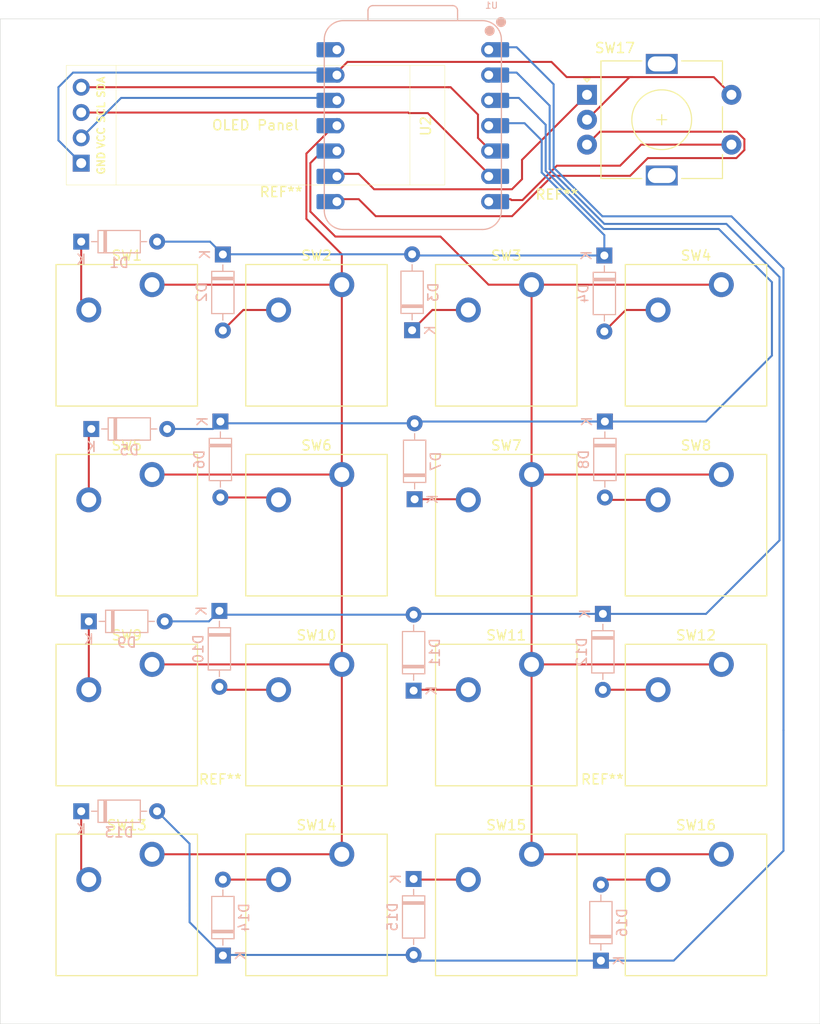
<source format=kicad_pcb>
(kicad_pcb (version 20240108) (generator "pcbnew") (generator_version "8.0")
  (layers (0 "F.Cu" signal) (31 "B.Cu" signal) (34 "B.Paste" user) (35 "F.Paste" user) (36 "B.SilkS" user "B.Silkscreen") (37 "F.SilkS" user "F.Silkscreen") (38 "B.Mask" user) (39 "F.Mask" user) (44 "Edge.Cuts" user))
  (net 0 "")
  (net 1 "Net-(D1-A)")
  (net 2 "Net-(D1-K)")
  (net 3 "Net-(D2-A)")
  (net 5 "Net-(D3-K)")
  (net 6 "Net-(D4-A)")
  (net 7 "Net-(D5-A)")
  (net 8 "Net-(D5-K)")
  (net 9 "Net-(D6-A)")
  (net 10 "Net-(D7-K)")
  (net 11 "Net-(D8-A)")
  (net 12 "Net-(D9-K)")
  (net 13 "Net-(D11-K)")
  (net 14 "Net-(D10-K)")
  (net 15 "Net-(D10-A)")
  (net 16 "Net-(D12-A)")
  (net 17 "Net-(D13-K)")
  (net 18 "Net-(D16-A)")
  (net 19 "Net-(U1-PA6_A10_D10_MOSI)")
  (net 20 "Net-(U1-PA5_A9_D9_MISO)")
  (net 21 "Net-(U1-PB09_A7_D7_RX)")
  (net 22 "/GND")
  (net 23 "Net-(U1-PA7_A8_D8_SCK)")
  (net 24 "Net-(U1-PB08_A6_D6_TX)")
  (net 25 "/Vcc")
  (net 26 "Net-(U1-PA8_A4_D4_SDA)")
  (net 27 "Net-(U1-PA9_A5_D5_SCL)")
  (net 29 "Net-(D13-A)")
  (net 30 "Net-(D14-A)")
  (net 31 "Net-(D15-K)")
  (footprint "PCM_Switch_Keyboard_Cherry_MX:SW_Cherry_MX_PCB" (layer "F.Cu") (at 114.3 133.35)
    (property "Reference" "SW9" (at 0 -8 0) (layer "F.SilkS"))
    (property "Value" "SW_Push")
    (pad "" np_thru_hole circle (at -5.08 0) (size 1.75 1.75) (drill 1.75) (layers "*.Cu" "*.Mask"))
    (pad "" np_thru_hole circle (at 0 0) (size 4 4) (drill 4) (layers "*.Cu" "*.Mask"))
    (pad "" np_thru_hole circle (at 5.08 0) (size 1.75 1.75) (drill 1.75) (layers "*.Cu" "*.Mask"))
    (pad "1" thru_hole circle (at -3.81 -2.54) (size 2.5 2.5) (drill 1.5) (layers "*.Cu" "*.Mask") (net 12 "Net-(D9-K)"))
    (pad "2" thru_hole circle (at 2.54 -5.08) (size 2.5 2.5) (drill 1.5) (layers "*.Cu" "*.Mask") (net 19 "Net-(U1-PA6_A10_D10_MOSI)"))
  )
  (footprint "PCM_Switch_Keyboard_Cherry_MX:SW_Cherry_MX_PCB" (layer "F.Cu") (at 133.35 133.35)
    (property "Reference" "SW10" (at 0 -8 0) (layer "F.SilkS"))
    (property "Value" "SW_Push")
    (pad "" np_thru_hole circle (at -5.08 0) (size 1.75 1.75) (drill 1.75) (layers "*.Cu" "*.Mask"))
    (pad "" np_thru_hole circle (at 0 0) (size 4 4) (drill 4) (layers "*.Cu" "*.Mask"))
    (pad "" np_thru_hole circle (at 5.08 0) (size 1.75 1.75) (drill 1.75) (layers "*.Cu" "*.Mask"))
    (pad "1" thru_hole circle (at -3.81 -2.54) (size 2.5 2.5) (drill 1.5) (layers "*.Cu" "*.Mask") (net 15 "Net-(D10-A)"))
    (pad "2" thru_hole circle (at 2.54 -5.08) (size 2.5 2.5) (drill 1.5) (layers "*.Cu" "*.Mask") (net 19 "Net-(U1-PA6_A10_D10_MOSI)"))
  )
  (footprint "PCM_Switch_Keyboard_Cherry_MX:SW_Cherry_MX_PCB" (layer "F.Cu") (at 152.4 114.3)
    (property "Reference" "SW7" (at 0 -8 0) (layer "F.SilkS"))
    (property "Value" "SW_Push")
    (pad "" np_thru_hole circle (at -5.08 0) (size 1.75 1.75) (drill 1.75) (layers "*.Cu" "*.Mask"))
    (pad "" np_thru_hole circle (at 0 0) (size 4 4) (drill 4) (layers "*.Cu" "*.Mask"))
    (pad "" np_thru_hole circle (at 5.08 0) (size 1.75 1.75) (drill 1.75) (layers "*.Cu" "*.Mask"))
    (pad "1" thru_hole circle (at -3.81 -2.54) (size 2.5 2.5) (drill 1.5) (layers "*.Cu" "*.Mask") (net 10 "Net-(D7-K)"))
    (pad "2" thru_hole circle (at 2.54 -5.08) (size 2.5 2.5) (drill 1.5) (layers "*.Cu" "*.Mask") (net 20 "Net-(U1-PA5_A9_D9_MISO)"))
  )
  (footprint "PCM_Switch_Keyboard_Cherry_MX:SW_Cherry_MX_PCB" (layer "F.Cu") (at 171.45 114.3)
    (property "Reference" "SW8" (at 0 -8 0) (layer "F.SilkS"))
    (property "Value" "SW_Push")
    (pad "" np_thru_hole circle (at -5.08 0) (size 1.75 1.75) (drill 1.75) (layers "*.Cu" "*.Mask"))
    (pad "" np_thru_hole circle (at 0 0) (size 4 4) (drill 4) (layers "*.Cu" "*.Mask"))
    (pad "" np_thru_hole circle (at 5.08 0) (size 1.75 1.75) (drill 1.75) (layers "*.Cu" "*.Mask"))
    (pad "1" thru_hole circle (at -3.81 -2.54) (size 2.5 2.5) (drill 1.5) (layers "*.Cu" "*.Mask") (net 11 "Net-(D8-A)"))
    (pad "2" thru_hole circle (at 2.54 -5.08) (size 2.5 2.5) (drill 1.5) (layers "*.Cu" "*.Mask") (net 20 "Net-(U1-PA5_A9_D9_MISO)"))
  )
  (footprint "PCM_Switch_Keyboard_Cherry_MX:SW_Cherry_MX_PCB" (layer "F.Cu") (at 133.35 114.3)
    (property "Reference" "SW6" (at 0 -8 0) (layer "F.SilkS"))
    (property "Value" "SW_Push")
    (pad "" np_thru_hole circle (at -5.08 0) (size 1.75 1.75) (drill 1.75) (layers "*.Cu" "*.Mask"))
    (pad "" np_thru_hole circle (at 0 0) (size 4 4) (drill 4) (layers "*.Cu" "*.Mask"))
    (pad "" np_thru_hole circle (at 5.08 0) (size 1.75 1.75) (drill 1.75) (layers "*.Cu" "*.Mask"))
    (pad "1" thru_hole circle (at -3.81 -2.54) (size 2.5 2.5) (drill 1.5) (layers "*.Cu" "*.Mask") (net 9 "Net-(D6-A)"))
    (pad "2" thru_hole circle (at 2.54 -5.08) (size 2.5 2.5) (drill 1.5) (layers "*.Cu" "*.Mask") (net 19 "Net-(U1-PA6_A10_D10_MOSI)"))
  )
  (footprint "PCM_Switch_Keyboard_Cherry_MX:SW_Cherry_MX_PCB" (layer "F.Cu") (at 114.3 114.3)
    (property "Reference" "SW5" (at 0 -8 0) (layer "F.SilkS"))
    (property "Value" "SW_Push")
    (pad "" np_thru_hole circle (at -5.08 0) (size 1.75 1.75) (drill 1.75) (layers "*.Cu" "*.Mask"))
    (pad "" np_thru_hole circle (at 0 0) (size 4 4) (drill 4) (layers "*.Cu" "*.Mask"))
    (pad "" np_thru_hole circle (at 5.08 0) (size 1.75 1.75) (drill 1.75) (layers "*.Cu" "*.Mask"))
    (pad "1" thru_hole circle (at -3.81 -2.54) (size 2.5 2.5) (drill 1.5) (layers "*.Cu" "*.Mask") (net 8 "Net-(D5-K)"))
    (pad "2" thru_hole circle (at 2.54 -5.08) (size 2.5 2.5) (drill 1.5) (layers "*.Cu" "*.Mask") (net 19 "Net-(U1-PA6_A10_D10_MOSI)"))
  )
  (footprint "MountingHole:MountingHole_2.2mm_M2" (layer "F.Cu") (at 162.052 143.002)
    (property "Reference" "REF**" (at 0 -3.2 0) (layer "F.SilkS"))
    (property "Value" "MountingHole_2.2mm_M2")
    (pad "" np_thru_hole circle (at 0 0) (size 2.2 2.2) (drill 2.2) (layers "*.Cu" "*.Mask"))
  )
  (footprint "PCM_Switch_Keyboard_Cherry_MX:SW_Cherry_MX_PCB" (layer "F.Cu") (at 171.45 95.25)
    (property "Reference" "SW4" (at 0 -8 0) (layer "F.SilkS"))
    (property "Value" "SW_Push")
    (pad "" np_thru_hole circle (at -5.08 0) (size 1.75 1.75) (drill 1.75) (layers "*.Cu" "*.Mask"))
    (pad "" np_thru_hole circle (at 0 0) (size 4 4) (drill 4) (layers "*.Cu" "*.Mask"))
    (pad "" np_thru_hole circle (at 5.08 0) (size 1.75 1.75) (drill 1.75) (layers "*.Cu" "*.Mask"))
    (pad "1" thru_hole circle (at -3.81 -2.54) (size 2.5 2.5) (drill 1.5) (layers "*.Cu" "*.Mask") (net 6 "Net-(D4-A)"))
    (pad "2" thru_hole circle (at 2.54 -5.08) (size 2.5 2.5) (drill 1.5) (layers "*.Cu" "*.Mask") (net 20 "Net-(U1-PA5_A9_D9_MISO)"))
  )
  (footprint "PCM_Switch_Keyboard_Cherry_MX:SW_Cherry_MX_PCB" (layer "F.Cu") (at 152.4 152.4)
    (property "Reference" "SW15" (at 0 -8 0) (layer "F.SilkS"))
    (property "Value" "SW_Push")
    (pad "" np_thru_hole circle (at -5.08 0) (size 1.75 1.75) (drill 1.75) (layers "*.Cu" "*.Mask"))
    (pad "" np_thru_hole circle (at 0 0) (size 4 4) (drill 4) (layers "*.Cu" "*.Mask"))
    (pad "" np_thru_hole circle (at 5.08 0) (size 1.75 1.75) (drill 1.75) (layers "*.Cu" "*.Mask"))
    (pad "1" thru_hole circle (at -3.81 -2.54) (size 2.5 2.5) (drill 1.5) (layers "*.Cu" "*.Mask") (net 31 "Net-(D15-K)"))
    (pad "2" thru_hole circle (at 2.54 -5.08) (size 2.5 2.5) (drill 1.5) (layers "*.Cu" "*.Mask") (net 20 "Net-(U1-PA5_A9_D9_MISO)"))
  )
  (footprint "PCM_Switch_Keyboard_Cherry_MX:SW_Cherry_MX_PCB" (layer "F.Cu") (at 171.45 152.4)
    (property "Reference" "SW16" (at 0 -8 0) (layer "F.SilkS"))
    (property "Value" "SW_Push")
    (pad "" np_thru_hole circle (at -5.08 0) (size 1.75 1.75) (drill 1.75) (layers "*.Cu" "*.Mask"))
    (pad "" np_thru_hole circle (at 0 0) (size 4 4) (drill 4) (layers "*.Cu" "*.Mask"))
    (pad "" np_thru_hole circle (at 5.08 0) (size 1.75 1.75) (drill 1.75) (layers "*.Cu" "*.Mask"))
    (pad "1" thru_hole circle (at -3.81 -2.54) (size 2.5 2.5) (drill 1.5) (layers "*.Cu" "*.Mask") (net 18 "Net-(D16-A)"))
    (pad "2" thru_hole circle (at 2.54 -5.08) (size 2.5 2.5) (drill 1.5) (layers "*.Cu" "*.Mask") (net 20 "Net-(U1-PA5_A9_D9_MISO)"))
  )
  (footprint "PCM_Switch_Keyboard_Cherry_MX:SW_Cherry_MX_PCB" (layer "F.Cu") (at 133.35 152.4)
    (property "Reference" "SW14" (at 0 -8 0) (layer "F.SilkS"))
    (property "Value" "SW_Push")
    (pad "" np_thru_hole circle (at -5.08 0) (size 1.75 1.75) (drill 1.75) (layers "*.Cu" "*.Mask"))
    (pad "" np_thru_hole circle (at 0 0) (size 4 4) (drill 4) (layers "*.Cu" "*.Mask"))
    (pad "" np_thru_hole circle (at 5.08 0) (size 1.75 1.75) (drill 1.75) (layers "*.Cu" "*.Mask"))
    (pad "1" thru_hole circle (at -3.81 -2.54) (size 2.5 2.5) (drill 1.5) (layers "*.Cu" "*.Mask") (net 30 "Net-(D14-A)"))
    (pad "2" thru_hole circle (at 2.54 -5.08) (size 2.5 2.5) (drill 1.5) (layers "*.Cu" "*.Mask") (net 19 "Net-(U1-PA6_A10_D10_MOSI)"))
  )
  (footprint "PCM_Switch_Keyboard_Cherry_MX:SW_Cherry_MX_PCB" (layer "F.Cu") (at 114.3 152.4)
    (property "Reference" "SW13" (at 0 -8 0) (layer "F.SilkS"))
    (property "Value" "SW_Push")
    (pad "" np_thru_hole circle (at -5.08 0) (size 1.75 1.75) (drill 1.75) (layers "*.Cu" "*.Mask"))
    (pad "" np_thru_hole circle (at 0 0) (size 4 4) (drill 4) (layers "*.Cu" "*.Mask"))
    (pad "" np_thru_hole circle (at 5.08 0) (size 1.75 1.75) (drill 1.75) (layers "*.Cu" "*.Mask"))
    (pad "1" thru_hole circle (at -3.81 -2.54) (size 2.5 2.5) (drill 1.5) (layers "*.Cu" "*.Mask") (net 17 "Net-(D13-K)"))
    (pad "2" thru_hole circle (at 2.54 -5.08) (size 2.5 2.5) (drill 1.5) (layers "*.Cu" "*.Mask") (net 19 "Net-(U1-PA6_A10_D10_MOSI)"))
  )
  (footprint "PCM_Switch_Keyboard_Cherry_MX:SW_Cherry_MX_PCB" (layer "F.Cu") (at 152.4 133.35)
    (property "Reference" "SW11" (at 0 -8 0) (layer "F.SilkS"))
    (property "Value" "SW_Push")
    (pad "" np_thru_hole circle (at -5.08 0) (size 1.75 1.75) (drill 1.75) (layers "*.Cu" "*.Mask"))
    (pad "" np_thru_hole circle (at 0 0) (size 4 4) (drill 4) (layers "*.Cu" "*.Mask"))
    (pad "" np_thru_hole circle (at 5.08 0) (size 1.75 1.75) (drill 1.75) (layers "*.Cu" "*.Mask"))
    (pad "1" thru_hole circle (at -3.81 -2.54) (size 2.5 2.5) (drill 1.5) (layers "*.Cu" "*.Mask") (net 13 "Net-(D11-K)"))
    (pad "2" thru_hole circle (at 2.54 -5.08) (size 2.5 2.5) (drill 1.5) (layers "*.Cu" "*.Mask") (net 20 "Net-(U1-PA5_A9_D9_MISO)"))
  )
  (footprint "MountingHole:MountingHole_2.2mm_M2" (layer "F.Cu") (at 123.698 143.002)
    (property "Reference" "REF**" (at 0 -3.2 0) (layer "F.SilkS"))
    (property "Value" "MountingHole_2.2mm_M2")
    (pad "" np_thru_hole circle (at 0 0) (size 2.2 2.2) (drill 2.2) (layers "*.Cu" "*.Mask"))
  )
  (footprint "MountingHole:MountingHole_2.2mm_M2" (layer "F.Cu") (at 129.794 84.074)
    (property "Reference" "REF**" (at 0 -3.2 0) (layer "F.SilkS"))
    (property "Value" "MountingHole_2.2mm_M2")
    (pad "" np_thru_hole circle (at 0 0) (size 2.2 2.2) (drill 2.2) (layers "*.Cu" "*.Mask"))
  )
  (footprint "PCM_Switch_Keyboard_Cherry_MX:SW_Cherry_MX_PCB" (layer "F.Cu") (at 152.4 95.25)
    (property "Reference" "SW3" (at 0 -8 0) (layer "F.SilkS"))
    (property "Value" "SW_Push")
    (pad "" np_thru_hole circle (at -5.08 0) (size 1.75 1.75) (drill 1.75) (layers "*.Cu" "*.Mask"))
    (pad "" np_thru_hole circle (at 0 0) (size 4 4) (drill 4) (layers "*.Cu" "*.Mask"))
    (pad "" np_thru_hole circle (at 5.08 0) (size 1.75 1.75) (drill 1.75) (layers "*.Cu" "*.Mask"))
    (pad "1" thru_hole circle (at -3.81 -2.54) (size 2.5 2.5) (drill 1.5) (layers "*.Cu" "*.Mask") (net 5 "Net-(D3-K)"))
    (pad "2" thru_hole circle (at 2.54 -5.08) (size 2.5 2.5) (drill 1.5) (layers "*.Cu" "*.Mask") (net 20 "Net-(U1-PA5_A9_D9_MISO)"))
  )
  (footprint "Downloads:SSD1306-0.91-OLED-4pin-128x32" (layer "F.Cu") (at 146.228 80.168 180)
    (property "Reference" "U2" (at 1.9 5.91 90) (layer "F.SilkS"))
    (property "Value" "~")
    (fp_text user "OLED Panel" (at 19 6 0) (layer "F.SilkS"))
    (fp_text user "SDA" (at 34.5 9.81 90) (layer "F.SilkS") (effects (font (size 0.75 0.75))))
    (fp_text user "SCL" (at 34.5 7.27 90) (layer "F.SilkS") (effects (font (size 0.75 0.75))))
    (fp_text user "GND" (at 34.5 2.19 90) (layer "F.SilkS") (effects (font (size 0.75 0.75))))
    (fp_text user "VCC" (at 34.5 4.73 90) (layer "F.SilkS") (effects (font (size 0.75 0.75))))
    (pad "1" thru_hole rect (at 36.5 2.19 180) (size 1.7 1.7) (drill 1) (layers "*.Cu" "*.Mask") (net 22 "/GND"))
    (pad "2" thru_hole oval (at 36.5 4.73 180) (size 1.7 1.7) (drill 1) (layers "*.Cu" "*.Mask") (net 25 "/Vcc"))
    (pad "3" thru_hole oval (at 36.5 7.27 180) (size 1.7 1.7) (drill 1) (layers "*.Cu" "*.Mask") (net 27 "Net-(U1-PA9_A5_D5_SCL)"))
    (pad "4" thru_hole oval (at 36.5 9.81 180) (size 1.7 1.7) (drill 1) (layers "*.Cu" "*.Mask") (net 26 "Net-(U1-PA8_A4_D4_SDA)"))
  )
  (footprint "PCM_Switch_Keyboard_Cherry_MX:SW_Cherry_MX_PCB" (layer "F.Cu") (at 133.35 95.25)
    (property "Reference" "SW2" (at 0 -8 0) (layer "F.SilkS"))
    (property "Value" "SW_Push")
    (pad "" np_thru_hole circle (at -5.08 0) (size 1.75 1.75) (drill 1.75) (layers "*.Cu" "*.Mask"))
    (pad "" np_thru_hole circle (at 0 0) (size 4 4) (drill 4) (layers "*.Cu" "*.Mask"))
    (pad "" np_thru_hole circle (at 5.08 0) (size 1.75 1.75) (drill 1.75) (layers "*.Cu" "*.Mask"))
    (pad "1" thru_hole circle (at -3.81 -2.54) (size 2.5 2.5) (drill 1.5) (layers "*.Cu" "*.Mask") (net 3 "Net-(D2-A)"))
    (pad "2" thru_hole circle (at 2.54 -5.08) (size 2.5 2.5) (drill 1.5) (layers "*.Cu" "*.Mask") (net 19 "Net-(U1-PA6_A10_D10_MOSI)"))
  )
  (footprint "MountingHole:MountingHole_2.2mm_M2" (layer "F.Cu") (at 157.48 84.328)
    (property "Reference" "REF**" (at 0 -3.2 0) (layer "F.SilkS"))
    (property "Value" "MountingHole_2.2mm_M2")
    (pad "" np_thru_hole circle (at 0 0) (size 2.2 2.2) (drill 2.2) (layers "*.Cu" "*.Mask"))
  )
  (footprint "PCM_Switch_Keyboard_Cherry_MX:SW_Cherry_MX_PCB" (layer "F.Cu") (at 114.3 95.25)
    (property "Reference" "SW1" (at 0 -8 0) (layer "F.SilkS"))
    (property "Value" "SW_Push")
    (pad "" np_thru_hole circle (at -5.08 0) (size 1.75 1.75) (drill 1.75) (layers "*.Cu" "*.Mask"))
    (pad "" np_thru_hole circle (at 0 0) (size 4 4) (drill 4) (layers "*.Cu" "*.Mask"))
    (pad "" np_thru_hole circle (at 5.08 0) (size 1.75 1.75) (drill 1.75) (layers "*.Cu" "*.Mask"))
    (pad "1" thru_hole circle (at -3.81 -2.54) (size 2.5 2.5) (drill 1.5) (layers "*.Cu" "*.Mask") (net 2 "Net-(D1-K)"))
    (pad "2" thru_hole circle (at 2.54 -5.08) (size 2.5 2.5) (drill 1.5) (layers "*.Cu" "*.Mask") (net 19 "Net-(U1-PA6_A10_D10_MOSI)"))
  )
  (footprint "PCM_Switch_Keyboard_Cherry_MX:SW_Cherry_MX_PCB" (layer "F.Cu") (at 171.45 133.35)
    (property "Reference" "SW12" (at 0 -8 0) (layer "F.SilkS"))
    (property "Value" "SW_Push")
    (pad "" np_thru_hole circle (at -5.08 0) (size 1.75 1.75) (drill 1.75) (layers "*.Cu" "*.Mask"))
    (pad "" np_thru_hole circle (at 0 0) (size 4 4) (drill 4) (layers "*.Cu" "*.Mask"))
    (pad "" np_thru_hole circle (at 5.08 0) (size 1.75 1.75) (drill 1.75) (layers "*.Cu" "*.Mask"))
    (pad "1" thru_hole circle (at -3.81 -2.54) (size 2.5 2.5) (drill 1.5) (layers "*.Cu" "*.Mask") (net 16 "Net-(D12-A)"))
    (pad "2" thru_hole circle (at 2.54 -5.08) (size 2.5 2.5) (drill 1.5) (layers "*.Cu" "*.Mask") (net 20 "Net-(U1-PA5_A9_D9_MISO)"))
  )
  (footprint "Rotary_Encoder:RotaryEncoder_Alps_EC11E-Switch_Vertical_H20mm" (layer "F.Cu") (at 160.506 71.12)
    (property "Reference" "SW17" (at 2.8 -4.7 0) (layer "F.SilkS"))
    (property "Value" "RotaryEncoder_Switch")
    (pad "A" thru_hole rect (at 0 0) (size 2 2) (drill 1) (layers "*.Cu" "*.Mask") (net 23 "Net-(U1-PA7_A8_D8_SCK)"))
    (pad "B" thru_hole circle (at 0 5) (size 2 2) (drill 1) (layers "*.Cu" "*.Mask") (net 21 "Net-(U1-PB09_A7_D7_RX)"))
    (pad "C" thru_hole circle (at 0 2.5) (size 2 2) (drill 1) (layers "*.Cu" "*.Mask") (net 22 "/GND"))
    (pad "MP" thru_hole rect (at 7.5 -3.1) (size 3.2 2) (drill oval 2.8 1.5) (layers "*.Cu" "*.Mask"))
    (pad "MP" thru_hole rect (at 7.5 8.1) (size 3.2 2) (drill oval 2.8 1.5) (layers "*.Cu" "*.Mask"))
    (pad "S1" thru_hole circle (at 14.5 5) (size 2 2) (drill 1) (layers "*.Cu" "*.Mask") (net 24 "Net-(U1-PB08_A6_D6_TX)"))
    (pad "S2" thru_hole circle (at 14.5 0) (size 2 2) (drill 1) (layers "*.Cu" "*.Mask") (net 22 "/GND"))
  )
  (footprint "Diode_THT:D_DO-35_SOD27_P7.62mm_Horizontal" (layer "B.Cu") (at 123.952 157.48 90)
    (property "Reference" "D14" (at 3.81 2.12 90) (layer "B.SilkS") (effects (justify mirror)))
    (property "Value" "D")
    (fp_text user "K" (at 0 1.8 90) (layer "B.SilkS") (effects (justify mirror)))
    (pad "1" thru_hole rect (at 0 0 90) (size 1.6 1.6) (drill 0.8) (layers "*.Cu" "*.Mask") (net 29 "Net-(D13-A)"))
    (pad "2" thru_hole oval (at 7.62 0 90) (size 1.6 1.6) (drill 0.8) (layers "*.Cu" "*.Mask") (net 30 "Net-(D14-A)"))
  )
  (footprint "Diode_THT:D_DO-35_SOD27_P7.62mm_Horizontal" (layer "B.Cu") (at 162.3 103.9 -90)
    (property "Reference" "D8" (at 3.81 2.12 90) (layer "B.SilkS") (effects (justify mirror)))
    (property "Value" "D")
    (fp_text user "K" (at 0 1.8 90) (layer "B.SilkS") (effects (justify mirror)))
    (pad "1" thru_hole rect (at 0 0 270) (size 1.6 1.6) (drill 0.8) (layers "*.Cu" "*.Mask") (net 7 "Net-(D5-A)"))
    (pad "2" thru_hole oval (at 7.62 0 270) (size 1.6 1.6) (drill 0.8) (layers "*.Cu" "*.Mask") (net 11 "Net-(D8-A)"))
  )
  (footprint "Diode_THT:D_DO-35_SOD27_P7.62mm_Horizontal" (layer "B.Cu") (at 143.2 111.7 90)
    (property "Reference" "D7" (at 3.81 2.12 90) (layer "B.SilkS") (effects (justify mirror)))
    (property "Value" "D")
    (fp_text user "K" (at 0 1.8 90) (layer "B.SilkS") (effects (justify mirror)))
    (pad "1" thru_hole rect (at 0 0 90) (size 1.6 1.6) (drill 0.8) (layers "*.Cu" "*.Mask") (net 10 "Net-(D7-K)"))
    (pad "2" thru_hole oval (at 7.62 0 90) (size 1.6 1.6) (drill 0.8) (layers "*.Cu" "*.Mask") (net 7 "Net-(D5-A)"))
  )
  (footprint "Diode_THT:D_DO-35_SOD27_P7.62mm_Horizontal" (layer "B.Cu") (at 143.1 149.8 -90)
    (property "Reference" "D15" (at 3.81 2.12 90) (layer "B.SilkS") (effects (justify mirror)))
    (property "Value" "D")
    (fp_text user "K" (at 0 1.8 90) (layer "B.SilkS") (effects (justify mirror)))
    (pad "1" thru_hole rect (at 0 0 270) (size 1.6 1.6) (drill 0.8) (layers "*.Cu" "*.Mask") (net 31 "Net-(D15-K)"))
    (pad "2" thru_hole oval (at 7.62 0 270) (size 1.6 1.6) (drill 0.8) (layers "*.Cu" "*.Mask") (net 29 "Net-(D13-A)"))
  )
  (footprint "Diode_THT:D_DO-35_SOD27_P7.62mm_Horizontal" (layer "B.Cu") (at 143.1 130.9 90)
    (property "Reference" "D11" (at 3.81 2.12 90) (layer "B.SilkS") (effects (justify mirror)))
    (property "Value" "D")
    (fp_text user "K" (at 0 1.8 90) (layer "B.SilkS") (effects (justify mirror)))
    (pad "1" thru_hole rect (at 0 0 90) (size 1.6 1.6) (drill 0.8) (layers "*.Cu" "*.Mask") (net 13 "Net-(D11-K)"))
    (pad "2" thru_hole oval (at 7.62 0 90) (size 1.6 1.6) (drill 0.8) (layers "*.Cu" "*.Mask") (net 14 "Net-(D10-K)"))
  )
  (footprint "Diode_THT:D_DO-35_SOD27_P7.62mm_Horizontal" (layer "B.Cu") (at 161.9 157.988 90)
    (property "Reference" "D16" (at 3.81 2.12 90) (layer "B.SilkS") (effects (justify mirror)))
    (property "Value" "D")
    (fp_text user "K" (at 0 1.8 90) (layer "B.SilkS") (effects (justify mirror)))
    (pad "1" thru_hole rect (at 0 0 90) (size 1.6 1.6) (drill 0.8) (layers "*.Cu" "*.Mask") (net 29 "Net-(D13-A)"))
    (pad "2" thru_hole oval (at 7.62 0 90) (size 1.6 1.6) (drill 0.8) (layers "*.Cu" "*.Mask") (net 18 "Net-(D16-A)"))
  )
  (footprint "Diode_THT:D_DO-35_SOD27_P7.62mm_Horizontal" (layer "B.Cu") (at 162.1 123.2 -90)
    (property "Reference" "D12" (at 3.81 2.12 90) (layer "B.SilkS") (effects (justify mirror)))
    (property "Value" "D")
    (fp_text user "K" (at 0 1.8 90) (layer "B.SilkS") (effects (justify mirror)))
    (pad "1" thru_hole rect (at 0 0 270) (size 1.6 1.6) (drill 0.8) (layers "*.Cu" "*.Mask") (net 14 "Net-(D10-K)"))
    (pad "2" thru_hole oval (at 7.62 0 270) (size 1.6 1.6) (drill 0.8) (layers "*.Cu" "*.Mask") (net 16 "Net-(D12-A)"))
  )
  (footprint "Diode_THT:D_DO-35_SOD27_P7.62mm_Horizontal" (layer "B.Cu") (at 142.948 94.742 90)
    (property "Reference" "D3" (at 3.81 2.12 90) (layer "B.SilkS") (effects (justify mirror)))
    (property "Value" "D")
    (fp_text user "K" (at 0 1.8 90) (layer "B.SilkS") (effects (justify mirror)))
    (pad "1" thru_hole rect (at 0 0 90) (size 1.6 1.6) (drill 0.8) (layers "*.Cu" "*.Mask") (net 5 "Net-(D3-K)"))
    (pad "2" thru_hole oval (at 7.62 0 90) (size 1.6 1.6) (drill 0.8) (layers "*.Cu" "*.Mask") (net 1 "Net-(D1-A)"))
  )
  (footprint "Diode_THT:D_DO-35_SOD27_P7.62mm_Horizontal" (layer "B.Cu") (at 123.948 87.142 -90)
    (property "Reference" "D2" (at 3.81 2.12 90) (layer "B.SilkS") (effects (justify mirror)))
    (property "Value" "D")
    (fp_text user "K" (at 0 1.8 90) (layer "B.SilkS") (effects (justify mirror)))
    (pad "1" thru_hole rect (at 0 0 270) (size 1.6 1.6) (drill 0.8) (layers "*.Cu" "*.Mask") (net 1 "Net-(D1-A)"))
    (pad "2" thru_hole oval (at 7.62 0 270) (size 1.6 1.6) (drill 0.8) (layers "*.Cu" "*.Mask") (net 3 "Net-(D2-A)"))
  )
  (footprint "Diode_THT:D_DO-35_SOD27_P7.62mm_Horizontal" (layer "B.Cu") (at 109.728 143.002)
    (property "Reference" "D13" (at 3.81 2.12 0) (layer "B.SilkS") (effects (justify mirror)))
    (property "Value" "D")
    (fp_text user "K" (at 0 1.8 0) (layer "B.SilkS") (effects (justify mirror)))
    (pad "1" thru_hole rect (at 0 0) (size 1.6 1.6) (drill 0.8) (layers "*.Cu" "*.Mask") (net 17 "Net-(D13-K)"))
    (pad "2" thru_hole oval (at 7.62 0) (size 1.6 1.6) (drill 0.8) (layers "*.Cu" "*.Mask") (net 29 "Net-(D13-A)"))
  )
  (footprint "Diode_THT:D_DO-35_SOD27_P7.62mm_Horizontal" (layer "B.Cu") (at 109.728 85.852)
    (property "Reference" "D1" (at 3.81 2.12 0) (layer "B.SilkS") (effects (justify mirror)))
    (property "Value" "D")
    (fp_text user "K" (at 0 1.8 0) (layer "B.SilkS") (effects (justify mirror)))
    (pad "1" thru_hole rect (at 0 0) (size 1.6 1.6) (drill 0.8) (layers "*.Cu" "*.Mask") (net 2 "Net-(D1-K)"))
    (pad "2" thru_hole oval (at 7.62 0) (size 1.6 1.6) (drill 0.8) (layers "*.Cu" "*.Mask") (net 1 "Net-(D1-A)"))
  )
  (footprint "Seeed Studio XIAO Series Library:XIAO-SAMD21-DIP" (layer "B.Cu") (at 142.92 74.1575 180)
    (property "Reference" "U1" (at -8 12 0) (layer "B.SilkS") (effects (font (size 0.635 0.635) (thickness 0.1016)) (justify mirror)))
    (property "Value" "XIAO-SAMD21-DIP")
    (pad "1" smd roundrect (at -8.555 7.5575) (size 2.432 1.524) (layers "B.Cu" "B.Mask") (roundrect_rratio 0.1) (net 29 "Net-(D13-A)"))
    (pad "1" thru_hole circle (at -7.72 7.5575) (size 1.524 1.524) (drill 0.889) (layers "*.Cu" "*.Mask") (net 29 "Net-(D13-A)"))
    (pad "2" smd roundrect (at -8.555 5.0175) (size 2.432 1.524) (layers "B.Cu" "B.Mask") (roundrect_rratio 0.1) (net 14 "Net-(D10-K)"))
    (pad "2" thru_hole circle (at -7.72 5.0175) (size 1.524 1.524) (drill 0.889) (layers "*.Cu" "*.Mask") (net 14 "Net-(D10-K)"))
    (pad "3" smd roundrect (at -8.555 2.4775) (size 2.432 1.524) (layers "B.Cu" "B.Mask") (roundrect_rratio 0.1) (net 7 "Net-(D5-A)"))
    (pad "3" thru_hole circle (at -7.72 2.4775) (size 1.524 1.524) (drill 0.889) (layers "*.Cu" "*.Mask") (net 7 "Net-(D5-A)"))
    (pad "4" smd roundrect (at -8.555 -0.0625) (size 2.432 1.524) (layers "B.Cu" "B.Mask") (roundrect_rratio 0.1) (net 1 "Net-(D1-A)"))
    (pad "4" thru_hole circle (at -7.72 -0.0625) (size 1.524 1.524) (drill 0.889) (layers "*.Cu" "*.Mask") (net 1 "Net-(D1-A)"))
    (pad "5" smd roundrect (at -8.555 -2.6025) (size 2.432 1.524) (layers "B.Cu" "B.Mask") (roundrect_rratio 0.1) (net 26 "Net-(U1-PA8_A4_D4_SDA)"))
    (pad "5" thru_hole circle (at -7.72 -2.6025) (size 1.524 1.524) (drill 0.889) (layers "*.Cu" "*.Mask") (net 26 "Net-(U1-PA8_A4_D4_SDA)"))
    (pad "6" smd roundrect (at -8.555 -5.1425) (size 2.432 1.524) (layers "B.Cu" "B.Mask") (roundrect_rratio 0.1) (net 27 "Net-(U1-PA9_A5_D5_SCL)"))
    (pad "6" thru_hole circle (at -7.72 -5.1425) (size 1.524 1.524) (drill 0.889) (layers "*.Cu" "*.Mask") (net 27 "Net-(U1-PA9_A5_D5_SCL)"))
    (pad "7" smd roundrect (at -8.555 -7.6825) (size 2.432 1.524) (layers "B.Cu" "B.Mask") (roundrect_rratio 0.1) (net 24 "Net-(U1-PB08_A6_D6_TX)"))
    (pad "7" thru_hole circle (at -7.72 -7.6825) (size 1.524 1.524) (drill 0.889) (layers "*.Cu" "*.Mask") (net 24 "Net-(U1-PB08_A6_D6_TX)"))
    (pad "8" thru_hole circle (at 7.52 -7.6825 180) (size 1.524 1.524) (drill 0.889) (layers "*.Cu" "*.Mask") (net 21 "Net-(U1-PB09_A7_D7_RX)"))
    (pad "8" smd roundrect (at 8.355 -7.6825 180) (size 2.432 1.524) (layers "B.Cu" "B.Mask") (roundrect_rratio 0.1) (net 21 "Net-(U1-PB09_A7_D7_RX)"))
    (pad "9" thru_hole circle (at 7.52 -5.1425 180) (size 1.524 1.524) (drill 0.889) (layers "*.Cu" "*.Mask") (net 23 "Net-(U1-PA7_A8_D8_SCK)"))
    (pad "9" smd roundrect (at 8.355 -5.1425 180) (size 2.432 1.524) (layers "B.Cu" "B.Mask") (roundrect_rratio 0.1) (net 23 "Net-(U1-PA7_A8_D8_SCK)"))
    (pad "10" thru_hole circle (at 7.52 -2.6025 180) (size 1.524 1.524) (drill 0.889) (layers "*.Cu" "*.Mask") (net 20 "Net-(U1-PA5_A9_D9_MISO)"))
    (pad "10" smd roundrect (at 8.355 -2.6025 180) (size 2.432 1.524) (layers "B.Cu" "B.Mask") (roundrect_rratio 0.1) (net 20 "Net-(U1-PA5_A9_D9_MISO)"))
    (pad "11" thru_hole circle (at 7.52 -0.0625 180) (size 1.524 1.524) (drill 0.889) (layers "*.Cu" "*.Mask") (net 19 "Net-(U1-PA6_A10_D10_MOSI)"))
    (pad "11" smd roundrect (at 8.355 -0.0625 180) (size 2.432 1.524) (layers "B.Cu" "B.Mask") (roundrect_rratio 0.1) (net 19 "Net-(U1-PA6_A10_D10_MOSI)"))
    (pad "12" thru_hole circle (at 7.52 2.4775 180) (size 1.524 1.524) (drill 0.889) (layers "*.Cu" "*.Mask") (net 25 "/Vcc"))
    (pad "12" smd roundrect (at 8.355 2.4775 180) (size 2.432 1.524) (layers "B.Cu" "B.Mask") (roundrect_rratio 0.1) (net 25 "/Vcc"))
    (pad "13" thru_hole circle (at 7.52 5.0175 180) (size 1.524 1.524) (drill 0.889) (layers "*.Cu" "*.Mask") (net 22 "/GND"))
    (pad "13" smd roundrect (at 8.355 5.0175 180) (size 2.432 1.524) (layers "B.Cu" "B.Mask") (roundrect_rratio 0.1) (net 22 "/GND"))
    (pad "14" thru_hole circle (at 7.52 7.5575 180) (size 1.524 1.524) (drill 0.889) (layers "*.Cu" "*.Mask"))
    (pad "14" smd roundrect (at 8.355 7.5575 180) (size 2.432 1.524) (layers "B.Cu" "B.Mask") (roundrect_rratio 0.1))
  )
  (footprint "Diode_THT:D_DO-35_SOD27_P7.62mm_Horizontal" (layer "B.Cu") (at 123.6 122.9 -90)
    (property "Reference" "D10" (at 3.81 2.12 90) (layer "B.SilkS") (effects (justify mirror)))
    (property "Value" "D")
    (fp_text user "K" (at 0 1.8 90) (layer "B.SilkS") (effects (justify mirror)))
    (pad "1" thru_hole rect (at 0 0 270) (size 1.6 1.6) (drill 0.8) (layers "*.Cu" "*.Mask") (net 14 "Net-(D10-K)"))
    (pad "2" thru_hole oval (at 7.62 0 270) (size 1.6 1.6) (drill 0.8) (layers "*.Cu" "*.Mask") (net 15 "Net-(D10-A)"))
  )
  (footprint "Diode_THT:D_DO-35_SOD27_P7.62mm_Horizontal" (layer "B.Cu") (at 123.7 103.9 -90)
    (property "Reference" "D6" (at 3.81 2.12 90) (layer "B.SilkS") (effects (justify mirror)))
    (property "Value" "D")
    (fp_text user "K" (at 0 1.8 90) (layer "B.SilkS") (effects (justify mirror)))
    (pad "1" thru_hole rect (at 0 0 270) (size 1.6 1.6) (drill 0.8) (layers "*.Cu" "*.Mask") (net 7 "Net-(D5-A)"))
    (pad "2" thru_hole oval (at 7.62 0 270) (size 1.6 1.6) (drill 0.8) (layers "*.Cu" "*.Mask") (net 9 "Net-(D6-A)"))
  )
  (footprint "Diode_THT:D_DO-35_SOD27_P7.62mm_Horizontal" (layer "B.Cu") (at 110.744 104.648)
    (property "Reference" "D5" (at 3.81 2.12 0) (layer "B.SilkS") (effects (justify mirror)))
    (property "Value" "D")
    (fp_text user "K" (at 0 1.8 0) (layer "B.SilkS") (effects (justify mirror)))
    (pad "1" thru_hole rect (at 0 0) (size 1.6 1.6) (drill 0.8) (layers "*.Cu" "*.Mask") (net 8 "Net-(D5-K)"))
    (pad "2" thru_hole oval (at 7.62 0) (size 1.6 1.6) (drill 0.8) (layers "*.Cu" "*.Mask") (net 7 "Net-(D5-A)"))
  )
  (footprint "Diode_THT:D_DO-35_SOD27_P7.62mm_Horizontal" (layer "B.Cu") (at 162.248 87.242 -90)
    (property "Reference" "D4" (at 3.81 2.12 90) (layer "B.SilkS") (effects (justify mirror)))
    (property "Value" "D")
    (fp_text user "K" (at 0 1.8 90) (layer "B.SilkS") (effects (justify mirror)))
    (pad "1" thru_hole rect (at 0 0 270) (size 1.6 1.6) (drill 0.8) (layers "*.Cu" "*.Mask") (net 1 "Net-(D1-A)"))
    (pad "2" thru_hole oval (at 7.62 0 270) (size 1.6 1.6) (drill 0.8) (layers "*.Cu" "*.Mask") (net 6 "Net-(D4-A)"))
  )
  (footprint "Diode_THT:D_DO-35_SOD27_P7.62mm_Horizontal" (layer "B.Cu") (at 110.49 123.952)
    (property "Reference" "D9" (at 3.81 2.12 0) (layer "B.SilkS") (effects (justify mirror)))
    (property "Value" "D")
    (fp_text user "K" (at 0 1.8 0) (layer "B.SilkS") (effects (justify mirror)))
    (pad "1" thru_hole rect (at 0 0) (size 1.6 1.6) (drill 0.8) (layers "*.Cu" "*.Mask") (net 12 "Net-(D9-K)"))
    (pad "2" thru_hole oval (at 7.62 0) (size 1.6 1.6) (drill 0.8) (layers "*.Cu" "*.Mask") (net 14 "Net-(D10-K)"))
  )
  (gr_rect (start 101.6 63.5) (end 183.896 164.338) (stroke (width 0.05)) (fill none) (layer "Edge.Cuts"))
  (segment (start 162.248 87.242) (end 143.068 87.242) (width 0.2) (layer "B.Cu") (net 1))
  (segment (start 142.948 87.122) (end 123.968 87.122) (width 0.2) (layer "B.Cu") (net 1))
  (segment (start 154.2345 73.9705) (end 155.956 75.692) (width 0.2) (layer "B.Cu") (net 1))
  (segment (start 123.968 87.122) (end 123.948 87.142) (width 0.2) (layer "B.Cu") (net 1))
  (segment (start 123.868 87.222) (end 123.948 87.142) (width 0.2) (layer "B.Cu") (net 1))
  (segment (start 162.248 85.205058) (end 162.248 87.242) (width 0.2) (layer "B.Cu") (net 1))
  (segment (start 155.956 78.913058) (end 162.248 85.205058) (width 0.2) (layer "B.Cu") (net 1))
  (segment (start 117.348 85.852) (end 122.658 85.852) (width 0.2) (layer "B.Cu") (net 1))
  (segment (start 122.658 85.852) (end 123.948 87.142) (width 0.2) (layer "B.Cu") (net 1))
  (segment (start 155.956 75.692) (end 155.956 78.913058) (width 0.2) (layer "B.Cu") (net 1))
  (segment (start 150.622 73.9705) (end 154.2345 73.9705) (width 0.2) (layer "B.Cu") (net 1))
  (segment (start 143.068 87.242) (end 142.948 87.122) (width 0.2) (layer "B.Cu") (net 1))
  (segment (start 109.728 91.694) (end 109.728 85.852) (width 0.2) (layer "F.Cu") (net 2))
  (segment (start 110.49 92.456) (end 109.728 91.694) (width 0.2) (layer "F.Cu") (net 2))
  (segment (start 110.49 92.71) (end 110.49 92.456) (width 0.2) (layer "F.Cu") (net 2))
  (segment (start 109.728 85.852) (end 109.728 86.106) (width 0.2) (layer "B.Cu") (net 2))
  (segment (start 126 92.71) (end 129.54 92.71) (width 0.2) (layer "F.Cu") (net 3))
  (segment (start 123.948 94.762) (end 126 92.71) (width 0.2) (layer "F.Cu") (net 3))
  (segment (start 142.948 94.742) (end 144.98 92.71) (width 0.2) (layer "F.Cu") (net 5))
  (segment (start 144.98 92.71) (end 148.59 92.71) (width 0.2) (layer "F.Cu") (net 5))
  (segment (start 167.63 92.72) (end 167.64 92.71) (width 0.2) (layer "F.Cu") (net 6))
  (segment (start 162.248 94.862) (end 164.4 92.71) (width 0.2) (layer "F.Cu") (net 6))
  (segment (start 164.4 92.71) (end 167.64 92.71) (width 0.2) (layer "F.Cu") (net 6))
  (segment (start 118.364 104.648) (end 122.952 104.648) (width 0.2) (layer "B.Cu") (net 7))
  (segment (start 156.356 74.1235) (end 156.356 78.747372) (width 0.2) (layer "B.Cu") (net 7))
  (segment (start 143.2 104.08) (end 123.88 104.08) (width 0.2) (layer "B.Cu") (net 7))
  (segment (start 172.452 103.9) (end 162.3 103.9) (width 0.2) (layer "B.Cu") (net 7))
  (segment (start 156.356 78.747372) (end 162.190628 84.582) (width 0.2) (layer "B.Cu") (net 7))
  (segment (start 153.663 71.4305) (end 156.356 74.1235) (width 0.2) (layer "B.Cu") (net 7))
  (segment (start 122.952 104.648) (end 123.7 103.9) (width 0.2) (layer "B.Cu") (net 7))
  (segment (start 150.622 71.4305) (end 153.663 71.4305) (width 0.2) (layer "B.Cu") (net 7))
  (segment (start 162.190628 84.582) (end 173.736 84.582) (width 0.2) (layer "B.Cu") (net 7))
  (segment (start 179.07 89.916) (end 179.07 97.282) (width 0.2) (layer "B.Cu") (net 7))
  (segment (start 173.736 84.582) (end 179.07 89.916) (width 0.2) (layer "B.Cu") (net 7))
  (segment (start 143.38 103.9) (end 143.2 104.08) (width 0.2) (layer "B.Cu") (net 7))
  (segment (start 162.3 103.9) (end 143.38 103.9) (width 0.2) (layer "B.Cu") (net 7))
  (segment (start 123.88 104.08) (end 123.7 103.9) (width 0.2) (layer "B.Cu") (net 7))
  (segment (start 179.07 97.282) (end 172.452 103.9) (width 0.2) (layer "B.Cu") (net 7))
  (segment (start 110.33 111.6) (end 110.49 111.76) (width 0.2) (layer "F.Cu") (net 8))
  (segment (start 110.49 104.902) (end 110.744 104.648) (width 0.2) (layer "F.Cu") (net 8))
  (segment (start 110.49 111.76) (end 110.49 104.902) (width 0.2) (layer "F.Cu") (net 8))
  (segment (start 129.3 111.52) (end 129.54 111.76) (width 0.2) (layer "F.Cu") (net 9))
  (segment (start 123.7 111.52) (end 129.3 111.52) (width 0.2) (layer "F.Cu") (net 9))
  (segment (start 148.53 111.7) (end 148.59 111.76) (width 0.2) (layer "F.Cu") (net 10))
  (segment (start 143.2 111.7) (end 148.53 111.7) (width 0.2) (layer "F.Cu") (net 10))
  (segment (start 167.64 111.76) (end 162.54 111.76) (width 0.2) (layer "F.Cu") (net 11))
  (segment (start 162.54 111.76) (end 162.3 111.52) (width 0.2) (layer "F.Cu") (net 11))
  (segment (start 110.49 123.952) (end 110.49 130.81) (width 0.2) (layer "F.Cu") (net 12))
  (segment (start 143.19 130.81) (end 143.1 130.9) (width 0.2) (layer "F.Cu") (net 13))
  (segment (start 148.59 130.81) (end 143.19 130.81) (width 0.2) (layer "F.Cu") (net 13))
  (segment (start 153.440214 68.8905) (end 153.653857 69.104143) (width 0.2) (layer "B.Cu") (net 14))
  (segment (start 162.1 123.2) (end 172.456 123.2) (width 0.2) (layer "B.Cu") (net 14))
  (segment (start 118.11 123.952) (end 122.548 123.952) (width 0.2) (layer "B.Cu") (net 14))
  (segment (start 174.498 84.074) (end 162.248314 84.074) (width 0.2) (layer "B.Cu") (net 14))
  (segment (start 172.456 123.2) (end 179.832 115.824) (width 0.2) (layer "B.Cu") (net 14))
  (segment (start 122.548 123.952) (end 123.6 122.9) (width 0.2) (layer "B.Cu") (net 14))
  (segment (start 143.18 123.2) (end 143.1 123.28) (width 0.2) (layer "B.Cu") (net 14))
  (segment (start 179.832 115.824) (end 179.832 89.408) (width 0.2) (layer "B.Cu") (net 14))
  (segment (start 156.756 72.206286) (end 153.653857 69.104143) (width 0.2) (layer "B.Cu") (net 14))
  (segment (start 162.248314 84.074) (end 156.756 78.581686) (width 0.2) (layer "B.Cu") (net 14))
  (segment (start 150.622 68.8905) (end 153.440214 68.8905) (width 0.2) (layer "B.Cu") (net 14))
  (segment (start 162.1 123.2) (end 143.18 123.2) (width 0.2) (layer "B.Cu") (net 14))
  (segment (start 153.653857 69.104143) (end 153.532214 68.9825) (width 0.2) (layer "B.Cu") (net 14))
  (segment (start 179.832 89.408) (end 174.498 84.074) (width 0.2) (layer "B.Cu") (net 14))
  (segment (start 143.1 123.28) (end 123.98 123.28) (width 0.2) (layer "B.Cu") (net 14))
  (segment (start 123.98 123.28) (end 123.6 122.9) (width 0.2) (layer "B.Cu") (net 14))
  (segment (start 156.756 78.581686) (end 156.756 72.206286) (width 0.2) (layer "B.Cu") (net 14))
  (segment (start 123.89 130.81) (end 123.6 130.52) (width 0.2) (layer "F.Cu") (net 15))
  (segment (start 129.54 130.81) (end 123.89 130.81) (width 0.2) (layer "F.Cu") (net 15))
  (segment (start 167.64 130.81) (end 162.11 130.81) (width 0.2) (layer "F.Cu") (net 16))
  (segment (start 162.11 130.81) (end 162.1 130.82) (width 0.2) (layer "F.Cu") (net 16))
  (segment (start 109.728 149.098) (end 110.49 149.86) (width 0.2) (layer "F.Cu") (net 17))
  (segment (start 109.728 143.002) (end 109.728 149.098) (width 0.2) (layer "F.Cu") (net 17))
  (segment (start 167.64 149.86) (end 162.36 149.86) (width 0.2) (layer "F.Cu") (net 18))
  (segment (start 162.36 149.86) (end 161.9 150.32) (width 0.2) (layer "F.Cu") (net 18))
  (segment (start 132.334 77.0185) (end 135.382 73.9705) (width 0.2) (layer "F.Cu") (net 19))
  (segment (start 135.89 87.122) (end 132.334 83.566) (width 0.2) (layer "F.Cu") (net 19))
  (segment (start 116.84 147.32) (end 135.89 147.32) (width 0.2) (layer "F.Cu") (net 19))
  (segment (start 135.89 128.27) (end 135.89 147.32) (width 0.2) (layer "F.Cu") (net 19))
  (segment (start 135.89 90.17) (end 135.89 109.22) (width 0.2) (layer "F.Cu") (net 19))
  (segment (start 135.89 90.17) (end 135.89 87.122) (width 0.2) (layer "F.Cu") (net 19))
  (segment (start 116.84 109.22) (end 135.89 109.22) (width 0.2) (layer "F.Cu") (net 19))
  (segment (start 116.84 128.27) (end 135.89 128.27) (width 0.2) (layer "F.Cu") (net 19))
  (segment (start 135.89 128.27) (end 135.89 109.22) (width 0.2) (layer "F.Cu") (net 19))
  (segment (start 116.84 90.17) (end 135.89 90.17) (width 0.2) (layer "F.Cu") (net 19))
  (segment (start 132.334 83.566) (end 132.334 77.0185) (width 0.2) (layer "F.Cu") (net 19))
  (segment (start 135.244 85.344) (end 132.734 82.834) (width 0.2) (layer "F.Cu") (net 20))
  (segment (start 154.94 128.27) (end 154.94 147.32) (width 0.2) (layer "F.Cu") (net 20))
  (segment (start 132.734 77.966) (end 134.1895 76.5105) (width 0.2) (layer "F.Cu") (net 20))
  (segment (start 173.99 147.32) (end 154.94 147.32) (width 0.2) (layer "F.Cu") (net 20))
  (segment (start 154.94 90.17) (end 154.94 109.22) (width 0.2) (layer "F.Cu") (net 20))
  (segment (start 173.99 90.17) (end 154.94 90.17) (width 0.2) (layer "F.Cu") (net 20))
  (segment (start 150.622 90.17) (end 145.796 85.344) (width 0.2) (layer "F.Cu") (net 20))
  (segment (start 154.94 109.22) (end 154.94 128.27) (width 0.2) (layer "F.Cu") (net 20))
  (segment (start 145.796 85.344) (end 135.244 85.344) (width 0.2) (layer "F.Cu") (net 20))
  (segment (start 154.94 90.17) (end 150.622 90.17) (width 0.2) (layer "F.Cu") (net 20))
  (segment (start 154.94 128.27) (end 173.99 128.27) (width 0.2) (layer "F.Cu") (net 20))
  (segment (start 134.1895 76.5105) (end 135.382 76.5105) (width 0.2) (layer "F.Cu") (net 20))
  (segment (start 173.99 109.22) (end 154.94 109.22) (width 0.2) (layer "F.Cu") (net 20))
  (segment (start 132.734 82.834) (end 132.734 77.966) (width 0.2) (layer "F.Cu") (net 20))
  (segment (start 175.494478 77.47) (end 166.612 77.47) (width 0.2) (layer "F.Cu") (net 21))
  (segment (start 176.306 75.581522) (end 176.306 76.658478) (width 0.2) (layer "F.Cu") (net 21))
  (segment (start 164.834 79.248) (end 157.029686 79.248) (width 0.2) (layer "F.Cu") (net 21))
  (segment (start 160.506 76.12) (end 161.806 74.82) (width 0.2) (layer "F.Cu") (net 21))
  (segment (start 176.306 76.658478) (end 175.494478 77.47) (width 0.2) (layer "F.Cu") (net 21))
  (segment (start 166.612 77.47) (end 164.834 79.248) (width 0.2) (layer "F.Cu") (net 21))
  (segment (start 175.544478 74.82) (end 176.306 75.581522) (width 0.2) (layer "F.Cu") (net 21))
  (segment (start 157.029686 79.248) (end 152.977686 83.3) (width 0.2) (layer "F.Cu") (net 21))
  (segment (start 139.2975 83.3) (end 137.588 81.5905) (width 0.2) (layer "F.Cu") (net 21))
  (segment (start 152.977686 83.3) (end 139.2975 83.3) (width 0.2) (layer "F.Cu") (net 21))
  (segment (start 161.806 74.82) (end 175.544478 74.82) (width 0.2) (layer "F.Cu") (net 21))
  (segment (start 137.588 81.5905) (end 135.382 81.5905) (width 0.2) (layer "F.Cu") (net 21))
  (segment (start 156.941 67.818) (end 136.4545 67.818) (width 0.2) (layer "F.Cu") (net 22))
  (segment (start 160.506 73.62) (end 164.784 69.342) (width 0.2) (layer "F.Cu") (net 22))
  (segment (start 135.382 68.8905) (end 136.4545 67.818) (width 0.2) (layer "F.Cu") (net 22))
  (segment (start 165.1 69.342) (end 158.465 69.342) (width 0.2) (layer "F.Cu") (net 22))
  (segment (start 164.784 69.342) (end 165.1 69.342) (width 0.2) (layer "F.Cu") (net 22))
  (segment (start 158.465 69.342) (end 156.941 67.818) (width 0.2) (layer "F.Cu") (net 22))
  (segment (start 173.228 69.342) (end 165.1 69.342) (width 0.2) (layer "F.Cu") (net 22))
  (segment (start 175.006 71.12) (end 173.228 69.342) (width 0.2) (layer "F.Cu") (net 22))
  (segment (start 107.442 75.692) (end 107.442 70.358) (width 0.2) (layer "B.Cu") (net 22))
  (segment (start 109.728 77.978) (end 107.442 75.692) (width 0.2) (layer "B.Cu") (net 22))
  (segment (start 107.442 70.358) (end 108.9095 68.8905) (width 0.2) (layer "B.Cu") (net 22))
  (segment (start 108.9095 68.8905) (end 134.547 68.8905) (width 0.2) (layer "B.Cu") (net 22))
  (segment (start 137.588 79.0505) (end 135.382 79.0505) (width 0.2) (layer "F.Cu") (net 23))
  (segment (start 152.964395 80.6) (end 139.1375 80.6) (width 0.2) (layer "F.Cu") (net 23))
  (segment (start 160.506 71.12) (end 153.982 77.644) (width 0.2) (layer "F.Cu") (net 23))
  (segment (start 153.982 77.644) (end 153.982 79.582395) (width 0.2) (layer "F.Cu") (net 23))
  (segment (start 153.982 79.582395) (end 152.964395 80.6) (width 0.2) (layer "F.Cu") (net 23))
  (segment (start 139.1375 80.6) (end 137.588 79.0505) (width 0.2) (layer "F.Cu") (net 23))
  (segment (start 152.92 81.6825) (end 154.0295 81.6825) (width 0.2) (layer "F.Cu") (net 24))
  (segment (start 157.48 78.232) (end 163.83 78.232) (width 0.2) (layer "F.Cu") (net 24))
  (segment (start 152.828 81.5905) (end 150.622 81.5905) (width 0.2) (layer "F.Cu") (net 24))
  (segment (start 152.92 81.6825) (end 152.828 81.5905) (width 0.2) (layer "F.Cu") (net 24))
  (segment (start 154.0295 81.6825) (end 157.48 78.232) (width 0.2) (layer "F.Cu") (net 24))
  (segment (start 165.942 76.12) (end 175.006 76.12) (width 0.2) (layer "F.Cu") (net 24))
  (segment (start 163.83 78.232) (end 165.942 76.12) (width 0.2) (layer "F.Cu") (net 24))
  (segment (start 113.7355 71.4305) (end 135.382 71.4305) (width 0.2) (layer "B.Cu") (net 25))
  (segment (start 109.728 75.438) (end 113.7355 71.4305) (width 0.2) (layer "B.Cu") (net 25))
  (segment (start 146.558 70.358) (end 146.6755 70.358) (width 0.2) (layer "F.Cu") (net 26))
  (segment (start 109.728 70.358) (end 146.558 70.358) (width 0.2) (layer "F.Cu") (net 26))
  (segment (start 150.622 76.5105) (end 149.56 75.4485) (width 0.2) (layer "F.Cu") (net 26))
  (segment (start 149.56 73.106) (end 146.812 70.358) (width 0.2) (layer "F.Cu") (net 26))
  (segment (start 149.56 75.4485) (end 149.56 73.106) (width 0.2) (layer "F.Cu") (net 26))
  (segment (start 146.812 70.358) (end 146.558 70.358) (width 0.2) (layer "F.Cu") (net 26))
  (segment (start 109.73 72.9) (end 109.728 72.898) (width 0.2) (layer "F.Cu") (net 27))
  (segment (start 142.61 72.9545) (end 142.5555 72.9) (width 0.2) (layer "F.Cu") (net 27))
  (segment (start 142.5555 72.9) (end 109.73 72.9) (width 0.2) (layer "F.Cu") (net 27))
  (segment (start 150.622 79.0505) (end 144.526 72.9545) (width 0.2) (layer "F.Cu") (net 27))
  (segment (start 144.526 72.9545) (end 142.61 72.9545) (width 0.2) (layer "F.Cu") (net 27))
  (segment (start 120.605 146.259) (end 120.605 154.133) (width 0.2) (layer "B.Cu") (net 29))
  (segment (start 143.1 157.42) (end 124.012 157.42) (width 0.2) (layer "B.Cu") (net 29))
  (segment (start 123.812 157.62) (end 123.952 157.48) (width 0.2) (layer "B.Cu") (net 29))
  (segment (start 169.209588 157.988) (end 180.232 146.965588) (width 0.2) (layer "B.Cu") (net 29))
  (segment (start 157.156 70.066286) (end 153.653857 66.564143) (width 0.2) (layer "B.Cu") (net 29))
  (segment (start 120.605 154.133) (end 123.952 157.48) (width 0.2) (layer "B.Cu") (net 29))
  (segment (start 150.622 66.3505) (end 153.440214 66.3505) (width 0.2) (layer "B.Cu") (net 29))
  (segment (start 175.006 83.312) (end 162.052 83.312) (width 0.2) (layer "B.Cu") (net 29))
  (segment (start 157.156 78.416) (end 157.156 70.066286) (width 0.2) (layer "B.Cu") (net 29))
  (segment (start 180.232 146.965588) (end 180.232 134.874) (width 0.2) (layer "B.Cu") (net 29))
  (segment (start 161.9 157.988) (end 169.209588 157.988) (width 0.2) (layer "B.Cu") (net 29))
  (segment (start 180.232 88.538) (end 175.006 83.312) (width 0.2) (layer "B.Cu") (net 29))
  (segment (start 153.653857 66.564143) (end 153.532214 66.4425) (width 0.2) (layer "B.Cu") (net 29))
  (segment (start 180.232 134.874) (end 180.232 88.538) (width 0.2) (layer "B.Cu") (net 29))
  (segment (start 153.440214 66.3505) (end 153.653857 66.564143) (width 0.2) (layer "B.Cu") (net 29))
  (segment (start 143.668 157.988) (end 143.1 157.42) (width 0.2) (layer "B.Cu") (net 29))
  (segment (start 124.012 157.42) (end 123.952 157.48) (width 0.2) (layer "B.Cu") (net 29))
  (segment (start 161.9 157.988) (end 143.668 157.988) (width 0.2) (layer "B.Cu") (net 29))
  (segment (start 162.052 83.312) (end 157.156 78.416) (width 0.2) (layer "B.Cu") (net 29))
  (segment (start 117.348 143.002) (end 120.605 146.259) (width 0.2) (layer "B.Cu") (net 29))
  (segment (start 123.84 149.86) (end 123.7 150) (width 0.2) (layer "F.Cu") (net 30))
  (segment (start 129.54 149.86) (end 123.84 149.86) (width 0.2) (layer "F.Cu") (net 30))
  (segment (start 148.59 149.86) (end 143.16 149.86) (width 0.2) (layer "F.Cu") (net 31))
  (segment (start 143.16 149.86) (end 143.1 149.8) (width 0.2) (layer "F.Cu") (net 31))
)
</source>
